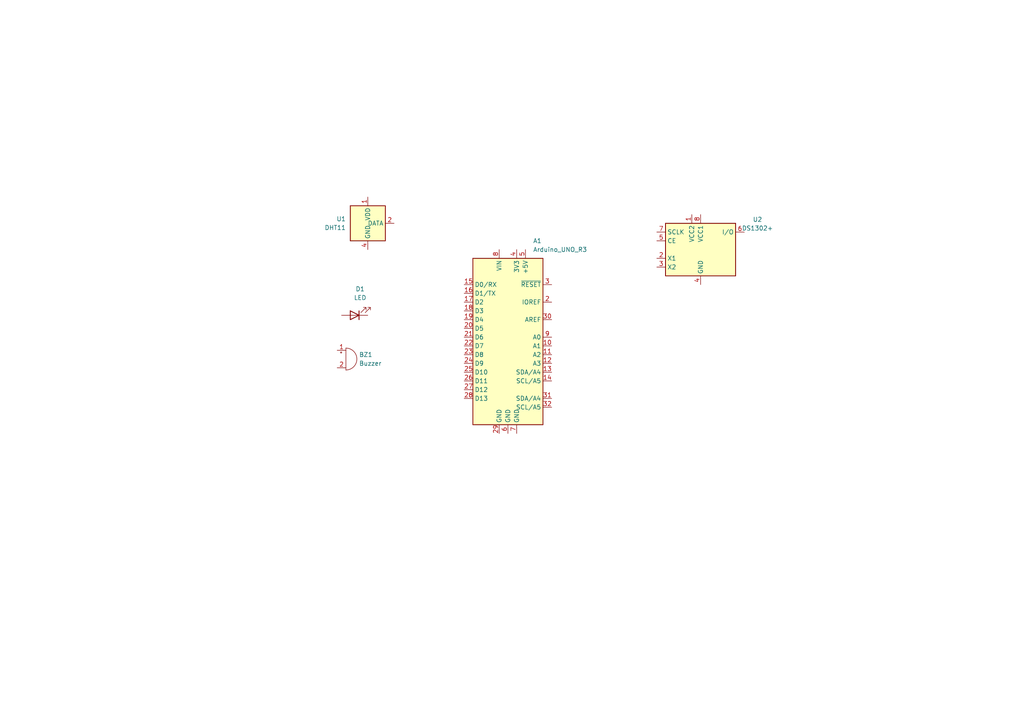
<source format=kicad_sch>
(kicad_sch (version 20230121) (generator eeschema)
  (paper "A4")
  (lib_symbols
    (symbol "Device:Buzzer" (pin_names (offset 0.0254) hide)
      (property "Reference" "BZ" (at 3.81 1.27 0))
      (property "Value" "Buzzer" (at 3.81 -1.27 0))
      (symbol "Buzzer_0_1"
        (arc (start 0 -3.175) (mid 3.1612 0) (end 0 3.175))
        (polyline (pts (xy -1.651 1.905) (xy -1.143 1.905)))
        (polyline (pts (xy -1.397 2.159) (xy -1.397 1.651)))
        (polyline (pts (xy 0 3.175) (xy 0 -3.175)))
      )
      (symbol "Buzzer_1_1"
        (pin passive line (at -2.54 2.54 0) (length 2.54) (name "-") (number "1"))
        (pin passive line (at -2.54 -2.54 0) (length 2.54) (name "+") (number "2"))
      )
    )
    (symbol "Device:LED" (pin_numbers hide) (pin_names (offset 1.016) hide)
      (property "Reference" "D" (at 0 2.54 0))
      (property "Value" "LED" (at 0 -2.54 0))
      (symbol "LED_0_1"
        (polyline (pts (xy -1.27 -1.27) (xy -1.27 1.27)) (stroke (width 0.254)))
        (polyline (pts (xy -1.27 0) (xy 1.27 0)))
        (polyline (pts (xy 1.27 -1.27) (xy 1.27 1.27) (xy -1.27 0) (xy 1.27 -1.27)) (stroke (width 0.254)))
        (polyline (pts (xy -3.048 -0.762) (xy -4.572 -2.286) (xy -3.81 -2.286) (xy -4.572 -2.286) (xy -4.572 -1.524)))
        (polyline (pts (xy -1.778 -0.762) (xy -3.302 -2.286) (xy -2.54 -2.286) (xy -3.302 -2.286) (xy -3.302 -1.524)))
      )
      (symbol "LED_1_1"
        (pin passive line (at -3.81 0 0) (length 2.54) (name "K") (number "1"))
        (pin passive line (at 3.81 0 180) (length 2.54) (name "A") (number "2"))
      )
    )
    (symbol "MCU_Module:Arduino_UNO_R3"
      (property "Reference" "A" (at -10.16 23.495 0))
      (property "Value" "Arduino_UNO_R3" (at 5.08 -26.67 0))
      (symbol "Arduino_UNO_R3_0_1"
        (rectangle (start -10.16 22.86) (end 10.16 -25.4) (stroke (width 0.254)) (fill (type background)))
      )
      (symbol "Arduino_UNO_R3_1_1"
        (pin no_connect line (at -10.16 -20.32 0) (length 2.54) hide (name "NC") (number "1"))
        (pin bidirectional line (at 12.7 -2.54 180) (length 2.54) (name "A1") (number "10"))
        (pin bidirectional line (at 12.7 -5.08 180) (length 2.54) (name "A2") (number "11"))
        (pin bidirectional line (at 12.7 -7.62 180) (length 2.54) (name "A3") (number "12"))
        (pin bidirectional line (at 12.7 -10.16 180) (length 2.54) (name "SDA/A4") (number "13"))
        (pin bidirectional line (at 12.7 -12.7 180) (length 2.54) (name "SCL/A5") (number "14"))
        (pin bidirectional line (at -12.7 15.24 0) (length 2.54) (name "D0/RX") (number "15"))
        (pin bidirectional line (at -12.7 12.7 0) (length 2.54) (name "D1/TX") (number "16"))
        (pin bidirectional line (at -12.7 10.16 0) (length 2.54) (name "D2") (number "17"))
        (pin bidirectional line (at -12.7 7.62 0) (length 2.54) (name "D3") (number "18"))
        (pin bidirectional line (at -12.7 5.08 0) (length 2.54) (name "D4") (number "19"))
        (pin output line (at 12.7 10.16 180) (length 2.54) (name "IOREF") (number "2"))
        (pin bidirectional line (at -12.7 2.54 0) (length 2.54) (name "D5") (number "20"))
        (pin bidirectional line (at -12.7 0 0) (length 2.54) (name "D6") (number "21"))
        (pin bidirectional line (at -12.7 -2.54 0) (length 2.54) (name "D7") (number "22"))
        (pin bidirectional line (at -12.7 -5.08 0) (length 2.54) (name "D8") (number "23"))
        (pin bidirectional line (at -12.7 -7.62 0) (length 2.54) (name "D9") (number "24"))
        (pin bidirectional line (at -12.7 -10.16 0) (length 2.54) (name "D10") (number "25"))
        (pin bidirectional line (at -12.7 -12.7 0) (length 2.54) (name "D11") (number "26"))
        (pin bidirectional line (at -12.7 -15.24 0) (length 2.54) (name "D12") (number "27"))
        (pin bidirectional line (at -12.7 -17.78 0) (length 2.54) (name "D13") (number "28"))
        (pin power_in line (at -2.54 -27.94 90) (length 2.54) (name "GND") (number "29"))
        (pin input line (at 12.7 15.24 180) (length 2.54) (name "~{RESET}") (number "3"))
        (pin input line (at 12.7 5.08 180) (length 2.54) (name "AREF") (number "30"))
        (pin bidirectional line (at 12.7 -17.78 180) (length 2.54) (name "SDA/A4") (number "31"))
        (pin bidirectional line (at 12.7 -20.32 180) (length 2.54) (name "SCL/A5") (number "32"))
        (pin power_out line (at 2.54 25.4 270) (length 2.54) (name "3V3") (number "4"))
        (pin power_out line (at 5.08 25.4 270) (length 2.54) (name "+5V") (number "5"))
        (pin power_in line (at 0 -27.94 90) (length 2.54) (name "GND") (number "6"))
        (pin power_in line (at 2.54 -27.94 90) (length 2.54) (name "GND") (number "7"))
        (pin power_in line (at -2.54 25.4 270) (length 2.54) (name "VIN") (number "8"))
        (pin bidirectional line (at 12.7 0 180) (length 2.54) (name "A0") (number "9"))
      )
    )
    (symbol "Sensor:DHT11"
      (property "Reference" "U" (at -3.81 6.35 0))
      (property "Value" "DHT11" (at 3.81 6.35 0))
      (symbol "DHT11_0_1"
        (rectangle (start -5.08 5.08) (end 5.08 -5.08) (stroke (width 0.254)) (fill (type background)))
      )
      (symbol "DHT11_1_1"
        (pin power_in line (at 0 7.62 270) (length 2.54) (name "VDD") (number "1"))
        (pin bidirectional line (at 7.62 0 180) (length 2.54) (name "DATA") (number "2"))
        (pin no_connect line (at -5.08 0 0) (length 2.54) hide (name "NC") (number "3"))
        (pin power_in line (at 0 -7.62 90) (length 2.54) (name "GND") (number "4"))
      )
    )
    (symbol "Timer_RTC:DS1302+"
      (property "Reference" "U" (at -8.89 8.89 0))
      (property "Value" "DS1302+" (at 6.35 8.89 0))
      (symbol "DS1302+_1_1"
        (rectangle (start -10.16 7.62) (end 10.16 -7.62) (stroke (width 0.254)) (fill (type background)))
        (pin power_in line (at -2.54 10.16 270) (length 2.54) (name "VCC2") (number "1"))
        (pin input line (at -12.7 -2.54 0) (length 2.54) (name "X1") (number "2"))
        (pin input line (at -12.7 -5.08 0) (length 2.54) (name "X2") (number "3"))
        (pin power_in line (at 0 -10.16 90) (length 2.54) (name "GND") (number "4"))
        (pin input line (at -12.7 2.54 0) (length 2.54) (name "CE") (number "5"))
        (pin bidirectional line (at 12.7 5.08 180) (length 2.54) (name "I/O") (number "6"))
        (pin input line (at -12.7 5.08 0) (length 2.54) (name "SCLK") (number "7"))
        (pin power_in line (at 0 10.16 270) (length 2.54) (name "VCC1") (number "8"))
      )
    )
  )
  (symbol (lib_id "Timer_RTC:DS1302+") (at 203.2 72.39 0) (unit 1)
    (property "Reference" "U2" (at 219.71 63.6621 0))
    (property "Value" "DS1302+" (at 219.71 66.2021 0))
    (property "Footprint" "Package_DIP:DIP-8_W7.62mm" (effects hide))
    (property "Datasheet" "https://datasheets.maximintegrated.com/en/ds/DS1302.pdf" (effects hide))
  )
  (symbol (lib_id "Device:LED") (at 102.87 91.44 180) (unit 1)
    (property "Reference" "D1" (at 104.4575 83.82 0))
    (property "Value" "LED" (at 104.4575 86.36 0))
  )
  (symbol (lib_id "Sensor:DHT11") (at 106.68 64.77 0) (unit 1)
    (property "Reference" "U1" (at 100.33 63.5 0) (effects (justify right)))
    (property "Value" "DHT11" (at 100.33 66.04 0) (effects (justify right)))
    (property "Footprint" "Sensor:Aosong_DHT11_5.5x12.0_P2.54mm" (effects hide))
    (property "Datasheet" "http://akizukidenshi.com/download/ds/aosong/DHT11.pdf" (effects hide))
  )
  (symbol (lib_id "MCU_Module:Arduino_UNO_R3") (at 147.32 97.79 0) (unit 1)
    (property "Reference" "A1" (at 154.5941 69.85 0) (effects (justify left)))
    (property "Value" "Arduino_UNO_R3" (at 154.5941 72.39 0) (effects (justify left)))
    (property "Footprint" "Module:Arduino_UNO_R3" (effects hide))
    (property "Datasheet" "https://www.arduino.cc/en/Main/arduinoBoardUno" (effects hide))
  )
  (symbol (lib_id "Device:Buzzer") (at 100.33 104.14 0) (unit 1)
    (property "Reference" "BZ1" (at 104.14 102.87 0) (effects (justify left)))
    (property "Value" "Buzzer" (at 104.14 105.41 0) (effects (justify left)))
  )
)
</source>
